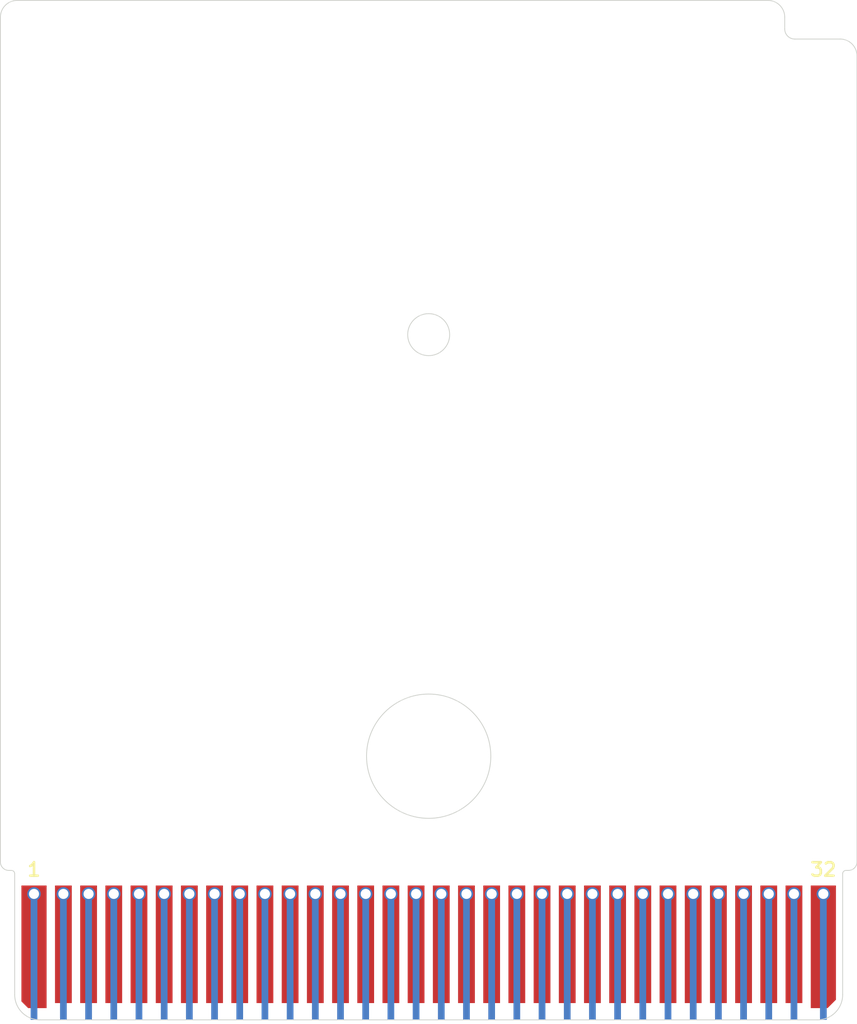
<source format=kicad_pcb>
(kicad_pcb (version 20241229) (generator "pcbnew") (generator_version "9.0")
  (layers (0 "F.Cu" signal) (2 "B.Cu" signal) (13 "F.Paste" user) (15 "B.Paste" user) (5 "F.SilkS" user "F.Silkscreen") (7 "B.SilkS" user "B.Silkscreen") (1 "F.Mask" user) (3 "B.Mask" user) (25 "Edge.Cuts" user))
  (net 0 "")
  (footprint "Connector_GameBoy:GameBoy_GamePak_CGB-002_P1.50mm_Edge" (layer "F.Cu") (at 150 130.8)
    (property "Reference" "J1" (hide yes))
    (property "Value" "GameBoy_GamePak_CGB-002" (hide yes))
    (fp_poly (pts (xy -23.3 0) (xy -23.7 0) (xy -23.7 -7.2) (xy -23.3 -7.2)) (fill yes) (layer "B.Cu"))
    (fp_poly (pts (xy -21.55 0) (xy -21.95 0) (xy -21.95 -7.2) (xy -21.55 -7.2)) (fill yes) (layer "B.Cu"))
    (fp_poly (pts (xy -20.05 0) (xy -20.45 0) (xy -20.45 -7.2) (xy -20.05 -7.2)) (fill yes) (layer "B.Cu"))
    (fp_poly (pts (xy -18.55 0) (xy -18.95 0) (xy -18.95 -7.2) (xy -18.55 -7.2)) (fill yes) (layer "B.Cu"))
    (fp_poly (pts (xy -17.05 0) (xy -17.45 0) (xy -17.45 -7.2) (xy -17.05 -7.2)) (fill yes) (layer "B.Cu"))
    (fp_poly (pts (xy -15.55 0) (xy -15.95 0) (xy -15.95 -7.2) (xy -15.55 -7.2)) (fill yes) (layer "B.Cu"))
    (fp_poly (pts (xy -14.05 0) (xy -14.45 0) (xy -14.45 -7.2) (xy -14.05 -7.2)) (fill yes) (layer "B.Cu"))
    (fp_poly (pts (xy -12.55 0) (xy -12.95 0) (xy -12.95 -7.2) (xy -12.55 -7.2)) (fill yes) (layer "B.Cu"))
    (fp_poly (pts (xy -11.05 0) (xy -11.45 0) (xy -11.45 -7.2) (xy -11.05 -7.2)) (fill yes) (layer "B.Cu"))
    (fp_poly (pts (xy -9.55 0) (xy -9.95 0) (xy -9.95 -7.2) (xy -9.55 -7.2)) (fill yes) (layer "B.Cu"))
    (fp_poly (pts (xy -8.05 0) (xy -8.45 0) (xy -8.45 -7.2) (xy -8.05 -7.2)) (fill yes) (layer "B.Cu"))
    (fp_poly (pts (xy -6.55 0) (xy -6.95 0) (xy -6.95 -7.2) (xy -6.55 -7.2)) (fill yes) (layer "B.Cu"))
    (fp_poly (pts (xy -5.05 0) (xy -5.45 0) (xy -5.45 -7.2) (xy -5.05 -7.2)) (fill yes) (layer "B.Cu"))
    (fp_poly (pts (xy -3.55 0) (xy -3.95 0) (xy -3.95 -7.2) (xy -3.55 -7.2)) (fill yes) (layer "B.Cu"))
    (fp_poly (pts (xy -2.05 0) (xy -2.45 0) (xy -2.45 -7.2) (xy -2.05 -7.2)) (fill yes) (layer "B.Cu"))
    (fp_poly (pts (xy -0.55 0) (xy -0.95 0) (xy -0.95 -7.2) (xy -0.55 -7.2)) (fill yes) (layer "B.Cu"))
    (fp_poly (pts (xy 0.95 0) (xy 0.55 0) (xy 0.55 -7.2) (xy 0.95 -7.2)) (fill yes) (layer "B.Cu"))
    (fp_poly (pts (xy 2.45 0) (xy 2.05 0) (xy 2.05 -7.2) (xy 2.45 -7.2)) (fill yes) (layer "B.Cu"))
    (fp_poly (pts (xy 3.95 0) (xy 3.55 0) (xy 3.55 -7.2) (xy 3.95 -7.2)) (fill yes) (layer "B.Cu"))
    (fp_poly (pts (xy 5.45 0) (xy 5.05 0) (xy 5.05 -7.2) (xy 5.45 -7.2)) (fill yes) (layer "B.Cu"))
    (fp_poly (pts (xy 6.95 0) (xy 6.55 0) (xy 6.55 -7.2) (xy 6.95 -7.2)) (fill yes) (layer "B.Cu"))
    (fp_poly (pts (xy 8.45 0) (xy 8.05 0) (xy 8.05 -7.2) (xy 8.45 -7.2)) (fill yes) (layer "B.Cu"))
    (fp_poly (pts (xy 9.95 0) (xy 9.55 0) (xy 9.55 -7.2) (xy 9.95 -7.2)) (fill yes) (layer "B.Cu"))
    (fp_poly (pts (xy 11.45 0) (xy 11.05 0) (xy 11.05 -7.2) (xy 11.45 -7.2)) (fill yes) (layer "B.Cu"))
    (fp_poly (pts (xy 12.95 0) (xy 12.55 0) (xy 12.55 -7.2) (xy 12.95 -7.2)) (fill yes) (layer "B.Cu"))
    (fp_poly (pts (xy 14.45 0) (xy 14.05 0) (xy 14.05 -7.2) (xy 14.45 -7.2)) (fill yes) (layer "B.Cu"))
    (fp_poly (pts (xy 15.95 0) (xy 15.55 0) (xy 15.55 -7.2) (xy 15.95 -7.2)) (fill yes) (layer "B.Cu"))
    (fp_poly (pts (xy 17.45 0) (xy 17.05 0) (xy 17.05 -7.2) (xy 17.45 -7.2)) (fill yes) (layer "B.Cu"))
    (fp_poly (pts (xy 18.95 0) (xy 18.55 0) (xy 18.55 -7.2) (xy 18.95 -7.2)) (fill yes) (layer "B.Cu"))
    (fp_poly (pts (xy 20.45 0) (xy 20.05 0) (xy 20.05 -7.2) (xy 20.45 -7.2)) (fill yes) (layer "B.Cu"))
    (fp_poly (pts (xy 21.95 0) (xy 21.55 0) (xy 21.55 -7.2) (xy 21.95 -7.2)) (fill yes) (layer "B.Cu"))
    (fp_poly (pts (xy 23.7 0) (xy 23.3 0) (xy 23.3 -7.2) (xy 23.7 -7.2)) (fill yes) (layer "B.Cu"))
    (fp_text user "32" (at 23.5 -8.95 0) (layer "F.SilkS") (effects (font (size 0.8 0.8))))
    (fp_text user "1" (at -23.5 -8.95 0) (layer "F.SilkS") (effects (font (size 0.8 0.8))))
    (pad "1" thru_hole circle (at -23.5 -7.5) (size 0.8 0.8) (drill 0.6) (layers "*.Cu" "*.Mask"))
    (pad "1" connect custom (at -23.5 -7.5) (size 0.8 0.8) (layers "F.Cu") (options (clearance outline) (anchor rect)) (primitives (gr_poly (pts (xy -0.75 6.4) (xy -0.75 -0.5) (xy 0.75 -0.5) (xy 0.75 6.8) (xy -0.35 6.8)) (width 0) (fill yes))))
    (pad "2" thru_hole circle (at -21.75 -7.5) (size 0.8 0.8) (drill 0.6) (layers "*.Cu" "*.Mask"))
    (pad "2" connect custom (at -21.75 -7.5) (size 0.8 0.8) (layers "F.Cu") (options (clearance outline) (anchor rect)) (primitives (gr_poly (pts (xy 0.5 6.5) (xy -0.5 6.5) (xy -0.5 -0.5) (xy 0.5 -0.5)) (width 0) (fill yes))))
    (pad "3" thru_hole circle (at -20.25 -7.5) (size 0.8 0.8) (drill 0.6) (layers "*.Cu" "*.Mask"))
    (pad "3" connect custom (at -20.25 -7.5) (size 0.8 0.8) (layers "F.Cu") (options (clearance outline) (anchor rect)) (primitives (gr_poly (pts (xy 0.5 6.5) (xy -0.5 6.5) (xy -0.5 -0.5) (xy 0.5 -0.5)) (width 0) (fill yes))))
    (pad "4" thru_hole circle (at -18.75 -7.5) (size 0.8 0.8) (drill 0.6) (layers "*.Cu" "*.Mask"))
    (pad "4" connect custom (at -18.75 -7.5) (size 0.8 0.8) (layers "F.Cu") (options (clearance outline) (anchor rect)) (primitives (gr_poly (pts (xy 0.5 6.5) (xy -0.5 6.5) (xy -0.5 -0.5) (xy 0.5 -0.5)) (width 0) (fill yes))))
    (pad "5" thru_hole circle (at -17.25 -7.5) (size 0.8 0.8) (drill 0.6) (layers "*.Cu" "*.Mask"))
    (pad "5" connect custom (at -17.25 -7.5) (size 0.8 0.8) (layers "F.Cu") (options (clearance outline) (anchor rect)) (primitives (gr_poly (pts (xy 0.5 6.5) (xy -0.5 6.5) (xy -0.5 -0.5) (xy 0.5 -0.5)) (width 0) (fill yes))))
    (pad "6" thru_hole circle (at -15.75 -7.5) (size 0.8 0.8) (drill 0.6) (layers "*.Cu" "*.Mask"))
    (pad "6" connect custom (at -15.75 -7.5) (size 0.8 0.8) (layers "F.Cu") (options (clearance outline) (anchor rect)) (primitives (gr_poly (pts (xy 0.5 6.5) (xy -0.5 6.5) (xy -0.5 -0.5) (xy 0.5 -0.5)) (width 0) (fill yes))))
    (pad "7" thru_hole circle (at -14.25 -7.5) (size 0.8 0.8) (drill 0.6) (layers "*.Cu" "*.Mask"))
    (pad "7" connect custom (at -14.25 -7.5) (size 0.8 0.8) (layers "F.Cu") (options (clearance outline) (anchor rect)) (primitives (gr_poly (pts (xy 0.5 6.5) (xy -0.5 6.5) (xy -0.5 -0.5) (xy 0.5 -0.5)) (width 0) (fill yes))))
    (pad "8" thru_hole circle (at -12.75 -7.5) (size 0.8 0.8) (drill 0.6) (layers "*.Cu" "*.Mask"))
    (pad "8" connect custom (at -12.75 -7.5) (size 0.8 0.8) (layers "F.Cu") (options (clearance outline) (anchor rect)) (primitives (gr_poly (pts (xy 0.5 6.5) (xy -0.5 6.5) (xy -0.5 -0.5) (xy 0.5 -0.5)) (width 0) (fill yes))))
    (pad "9" thru_hole circle (at -11.25 -7.5) (size 0.8 0.8) (drill 0.6) (layers "*.Cu" "*.Mask"))
    (pad "9" connect custom (at -11.25 -7.5) (size 0.8 0.8) (layers "F.Cu") (options (clearance outline) (anchor rect)) (primitives (gr_poly (pts (xy 0.5 6.5) (xy -0.5 6.5) (xy -0.5 -0.5) (xy 0.5 -0.5)) (width 0) (fill yes))))
    (pad "10" thru_hole circle (at -9.75 -7.5) (size 0.8 0.8) (drill 0.6) (layers "*.Cu" "*.Mask"))
    (pad "10" connect custom (at -9.75 -7.5) (size 0.8 0.8) (layers "F.Cu") (options (clearance outline) (anchor rect)) (primitives (gr_poly (pts (xy 0.5 6.5) (xy -0.5 6.5) (xy -0.5 -0.5) (xy 0.5 -0.5)) (width 0) (fill yes))))
    (pad "11" thru_hole circle (at -8.25 -7.5) (size 0.8 0.8) (drill 0.6) (layers "*.Cu" "*.Mask"))
    (pad "11" connect custom (at -8.25 -7.5) (size 0.8 0.8) (layers "F.Cu") (options (clearance outline) (anchor rect)) (primitives (gr_poly (pts (xy 0.5 6.5) (xy -0.5 6.5) (xy -0.5 -0.5) (xy 0.5 -0.5)) (width 0) (fill yes))))
    (pad "12" thru_hole circle (at -6.75 -7.5) (size 0.8 0.8) (drill 0.6) (layers "*.Cu" "*.Mask"))
    (pad "12" connect custom (at -6.75 -7.5) (size 0.8 0.8) (layers "F.Cu") (options (clearance outline) (anchor rect)) (primitives (gr_poly (pts (xy 0.5 6.5) (xy -0.5 6.5) (xy -0.5 -0.5) (xy 0.5 -0.5)) (width 0) (fill yes))))
    (pad "13" thru_hole circle (at -5.25 -7.5) (size 0.8 0.8) (drill 0.6) (layers "*.Cu" "*.Mask"))
    (pad "13" connect custom (at -5.25 -7.5) (size 0.8 0.8) (layers "F.Cu") (options (clearance outline) (anchor rect)) (primitives (gr_poly (pts (xy 0.5 6.5) (xy -0.5 6.5) (xy -0.5 -0.5) (xy 0.5 -0.5)) (width 0) (fill yes))))
    (pad "14" thru_hole circle (at -3.75 -7.5) (size 0.8 0.8) (drill 0.6) (layers "*.Cu" "*.Mask"))
    (pad "14" connect custom (at -3.75 -7.5) (size 0.8 0.8) (layers "F.Cu") (options (clearance outline) (anchor rect)) (primitives (gr_poly (pts (xy 0.5 6.5) (xy -0.5 6.5) (xy -0.5 -0.5) (xy 0.5 -0.5)) (width 0) (fill yes))))
    (pad "15" thru_hole circle (at -2.25 -7.5) (size 0.8 0.8) (drill 0.6) (layers "*.Cu" "*.Mask"))
    (pad "15" connect custom (at -2.25 -7.5) (size 0.8 0.8) (layers "F.Cu") (options (clearance outline) (anchor rect)) (primitives (gr_poly (pts (xy 0.5 6.5) (xy -0.5 6.5) (xy -0.5 -0.5) (xy 0.5 -0.5)) (width 0) (fill yes))))
    (pad "16" thru_hole circle (at -0.75 -7.5) (size 0.8 0.8) (drill 0.6) (layers "*.Cu" "*.Mask"))
    (pad "16" connect custom (at -0.75 -7.5) (size 0.8 0.8) (layers "F.Cu") (options (clearance outline) (anchor rect)) (primitives (gr_poly (pts (xy 0.5 6.5) (xy -0.5 6.5) (xy -0.5 -0.5) (xy 0.5 -0.5)) (width 0) (fill yes))))
    (pad "17" thru_hole circle (at 0.75 -7.5) (size 0.8 0.8) (drill 0.6) (layers "*.Cu" "*.Mask"))
    (pad "17" connect custom (at 0.75 -7.5) (size 0.8 0.8) (layers "F.Cu") (options (clearance outline) (anchor rect)) (primitives (gr_poly (pts (xy 0.5 6.5) (xy -0.5 6.5) (xy -0.5 -0.5) (xy 0.5 -0.5)) (width 0) (fill yes))))
    (pad "18" thru_hole circle (at 2.25 -7.5) (size 0.8 0.8) (drill 0.6) (layers "*.Cu" "*.Mask"))
    (pad "18" connect custom (at 2.25 -7.5) (size 0.8 0.8) (layers "F.Cu") (options (clearance outline) (anchor rect)) (primitives (gr_poly (pts (xy 0.5 6.5) (xy -0.5 6.5) (xy -0.5 -0.5) (xy 0.5 -0.5)) (width 0) (fill yes))))
    (pad "19" thru_hole circle (at 3.75 -7.5) (size 0.8 0.8) (drill 0.6) (layers "*.Cu" "*.Mask"))
    (pad "19" connect custom (at 3.75 -7.5) (size 0.8 0.8) (layers "F.Cu") (options (clearance outline) (anchor rect)) (primitives (gr_poly (pts (xy 0.5 6.5) (xy -0.5 6.5) (xy -0.5 -0.5) (xy 0.5 -0.5)) (width 0) (fill yes))))
    (pad "20" thru_hole circle (at 5.25 -7.5) (size 0.8 0.8) (drill 0.6) (layers "*.Cu" "*.Mask"))
    (pad "20" connect custom (at 5.25 -7.5) (size 0.8 0.8) (layers "F.Cu") (options (clearance outline) (anchor rect)) (primitives (gr_poly (pts (xy 0.5 6.5) (xy -0.5 6.5) (xy -0.5 -0.5) (xy 0.5 -0.5)) (width 0) (fill yes))))
    (pad "21" thru_hole circle (at 6.75 -7.5) (size 0.8 0.8) (drill 0.6) (layers "*.Cu" "*.Mask"))
    (pad "21" connect custom (at 6.75 -7.5) (size 0.8 0.8) (layers "F.Cu") (options (clearance outline) (anchor rect)) (primitives (gr_poly (pts (xy 0.5 6.5) (xy -0.5 6.5) (xy -0.5 -0.5) (xy 0.5 -0.5)) (width 0) (fill yes))))
    (pad "22" thru_hole circle (at 8.25 -7.5) (size 0.8 0.8) (drill 0.6) (layers "*.Cu" "*.Mask"))
    (pad "22" connect custom (at 8.25 -7.5) (size 0.8 0.8) (layers "F.Cu") (options (clearance outline) (anchor rect)) (primitives (gr_poly (pts (xy 0.5 6.5) (xy -0.5 6.5) (xy -0.5 -0.5) (xy 0.5 -0.5)) (width 0) (fill yes))))
    (pad "23" thru_hole circle (at 9.75 -7.5) (size 0.8 0.8) (drill 0.6) (layers "*.Cu" "*.Mask"))
    (pad "23" connect custom (at 9.75 -7.5) (size 0.8 0.8) (layers "F.Cu") (options (clearance outline) (anchor rect)) (primitives (gr_poly (pts (xy 0.5 6.5) (xy -0.5 6.5) (xy -0.5 -0.5) (xy 0.5 -0.5)) (width 0) (fill yes))))
    (pad "24" thru_hole circle (at 11.25 -7.5) (size 0.8 0.8) (drill 0.6) (layers "*.Cu" "*.Mask"))
    (pad "24" connect custom (at 11.25 -7.5) (size 0.8 0.8) (layers "F.Cu") (options (clearance outline) (anchor rect)) (primitives (gr_poly (pts (xy 0.5 6.5) (xy -0.5 6.5) (xy -0.5 -0.5) (xy 0.5 -0.5)) (width 0) (fill yes))))
    (pad "25" thru_hole circle (at 12.75 -7.5) (size 0.8 0.8) (drill 0.6) (layers "*.Cu" "*.Mask"))
    (pad "25" connect custom (at 12.75 -7.5) (size 0.8 0.8) (layers "F.Cu") (options (clearance outline) (anchor rect)) (primitives (gr_poly (pts (xy 0.5 6.5) (xy -0.5 6.5) (xy -0.5 -0.5) (xy 0.5 -0.5)) (width 0) (fill yes))))
    (pad "26" thru_hole circle (at 14.25 -7.5) (size 0.8 0.8) (drill 0.6) (layers "*.Cu" "*.Mask"))
    (pad "26" connect custom (at 14.25 -7.5) (size 0.8 0.8) (layers "F.Cu") (options (clearance outline) (anchor rect)) (primitives (gr_poly (pts (xy 0.5 6.5) (xy -0.5 6.5) (xy -0.5 -0.5) (xy 0.5 -0.5)) (width 0) (fill yes))))
    (pad "27" thru_hole circle (at 15.75 -7.5) (size 0.8 0.8) (drill 0.6) (layers "*.Cu" "*.Mask"))
    (pad "27" connect custom (at 15.75 -7.5) (size 0.8 0.8) (layers "F.Cu") (options (clearance outline) (anchor rect)) (primitives (gr_poly (pts (xy 0.5 6.5) (xy -0.5 6.5) (xy -0.5 -0.5) (xy 0.5 -0.5)) (width 0) (fill yes))))
    (pad "28" thru_hole circle (at 17.25 -7.5) (size 0.8 0.8) (drill 0.6) (layers "*.Cu" "*.Mask"))
    (pad "28" connect custom (at 17.25 -7.5) (size 0.8 0.8) (layers "F.Cu") (options (clearance outline) (anchor rect)) (primitives (gr_poly (pts (xy 0.5 6.5) (xy -0.5 6.5) (xy -0.5 -0.5) (xy 0.5 -0.5)) (width 0) (fill yes))))
    (pad "29" thru_hole circle (at 18.75 -7.5) (size 0.8 0.8) (drill 0.6) (layers "*.Cu" "*.Mask"))
    (pad "29" connect custom (at 18.75 -7.5) (size 0.8 0.8) (layers "F.Cu") (options (clearance outline) (anchor rect)) (primitives (gr_poly (pts (xy 0.5 6.5) (xy -0.5 6.5) (xy -0.5 -0.5) (xy 0.5 -0.5)) (width 0) (fill yes))))
    (pad "30" thru_hole circle (at 20.25 -7.5) (size 0.8 0.8) (drill 0.6) (layers "*.Cu" "*.Mask"))
    (pad "30" connect custom (at 20.25 -7.5) (size 0.8 0.8) (layers "F.Cu") (options (clearance outline) (anchor rect)) (primitives (gr_poly (pts (xy 0.5 6.5) (xy -0.5 6.5) (xy -0.5 -0.5) (xy 0.5 -0.5)) (width 0) (fill yes))))
    (pad "31" thru_hole circle (at 21.75 -7.5) (size 0.8 0.8) (drill 0.6) (layers "*.Cu" "*.Mask"))
    (pad "31" connect custom (at 21.75 -7.5) (size 0.8 0.8) (layers "F.Cu") (options (clearance outline) (anchor rect)) (primitives (gr_poly (pts (xy 0.5 6.5) (xy -0.5 6.5) (xy -0.5 -0.5) (xy 0.5 -0.5)) (width 0) (fill yes))))
    (pad "32" thru_hole circle (at 23.5 -7.5) (size 0.8 0.8) (drill 0.6) (layers "*.Cu" "*.Mask"))
    (pad "32" connect custom (at 23.5 -7.5) (size 0.8 0.8) (layers "F.Cu") (options (clearance outline) (anchor rect)) (primitives (gr_poly (pts (xy -0.75 6.8) (xy -0.75 -0.5) (xy 0.75 -0.5) (xy 0.75 6.3) (xy 0.25 6.8)) (width 0) (fill yes))))
  )
  (gr_circle (center 150 90) (end 151.25 90) (stroke (width 0.05)) (fill no) (layer "Edge.Cuts"))
  (gr_circle (center 150 115.1) (end 153.7 115.1) (stroke (width 0.05)) (fill no) (layer "Edge.Cuts"))
  (gr_arc (start 171.8 72.4) (mid 171.375736 72.224264) (end 171.2 71.8) (stroke (width 0.05)) (layer "Edge.Cuts"))
  (gr_arc (start 170.2 70.1) (mid 170.907107 70.392893) (end 171.2 71.1) (stroke (width 0.05)) (layer "Edge.Cuts"))
  (gr_line (start 171.8 72.4) (end 174.5 72.4) (stroke (width 0.05)) (layer "Edge.Cuts"))
  (gr_line (start 171.2 71.1) (end 171.2 71.8) (stroke (width 0.05)) (layer "Edge.Cuts"))
  (gr_line (start 124.5 121.4) (end 124.5 71.1) (stroke (width 0.05)) (layer "Edge.Cuts"))
  (gr_line (start 175.5 121.4) (end 175.5 73.4) (stroke (width 0.05)) (layer "Edge.Cuts"))
  (gr_line (start 125.15 121.9) (end 125 121.9) (stroke (width 0.05)) (layer "Edge.Cuts"))
  (gr_line (start 174.65 129.3) (end 174.65 122.1) (stroke (width 0.05)) (layer "Edge.Cuts"))
  (gr_line (start 173.15 130.8) (end 126.85 130.8) (stroke (width 0.05)) (layer "Edge.Cuts"))
  (gr_arc (start 174.5 72.4) (mid 175.207107 72.692893) (end 175.5 73.4) (stroke (width 0.05)) (layer "Edge.Cuts"))
  (gr_line (start 175 121.9) (end 174.85 121.9) (stroke (width 0.05)) (layer "Edge.Cuts"))
  (gr_line (start 125.5 70.1) (end 170.2 70.1) (stroke (width 0.05)) (layer "Edge.Cuts"))
  (gr_arc (start 175.5 121.4) (mid 175.353553 121.753553) (end 175 121.9) (stroke (width 0.05)) (layer "Edge.Cuts"))
  (gr_arc (start 125 121.9) (mid 124.646447 121.753553) (end 124.5 121.4) (stroke (width 0.05)) (layer "Edge.Cuts"))
  (gr_arc (start 174.65 122.1) (mid 174.708579 121.958579) (end 174.85 121.9) (stroke (width 0.05)) (layer "Edge.Cuts"))
  (gr_line (start 125.35 129.3) (end 125.35 122.1) (stroke (width 0.05)) (layer "Edge.Cuts"))
  (gr_arc (start 124.5 71.1) (mid 124.792893 70.392893) (end 125.5 70.1) (stroke (width 0.05)) (layer "Edge.Cuts"))
  (gr_arc (start 174.65 129.3) (mid 174.21066 130.36066) (end 173.15 130.8) (stroke (width 0.05)) (layer "Edge.Cuts"))
  (gr_arc (start 126.85 130.8) (mid 125.78934 130.36066) (end 125.35 129.3) (stroke (width 0.05)) (layer "Edge.Cuts"))
  (gr_arc (start 125.15 121.9) (mid 125.291421 121.958579) (end 125.35 122.1) (stroke (width 0.05)) (layer "Edge.Cuts"))
)
</source>
